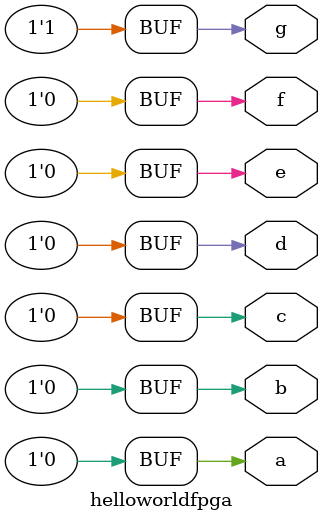
<source format=v>
/*Program for driving a seven segment display
January 18,2021
Code by G V V Sharma
Released under GNU GPL
*/

//declaring the blink module
module helloworldfpga(
                 output a,
                 output b,
                 output c,
             output d,
               output e,
              output f,
               output g

);

assign     a=0;
assign     b=0;
assign     c=0;
assign     d=0;
assign     e=0;
assign     f=0;
assign     g=1;
endmodule
//end of the module








</source>
